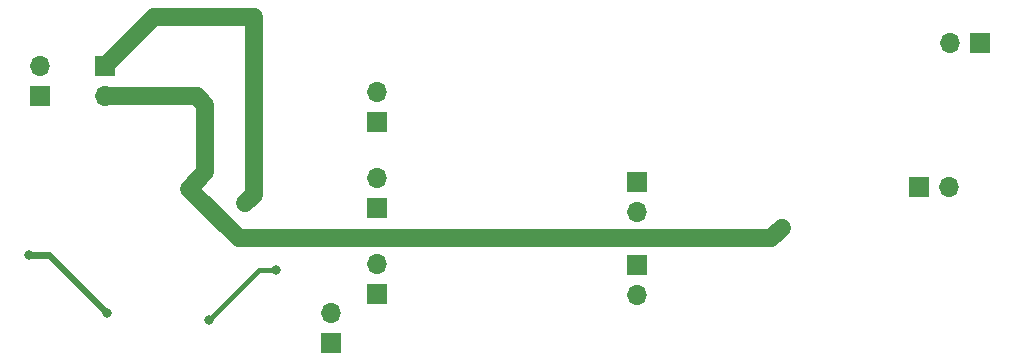
<source format=gbr>
%TF.GenerationSoftware,KiCad,Pcbnew,7.0.7*%
%TF.CreationDate,2024-01-15T16:46:33-03:00*%
%TF.ProjectId,PCB_MAQUEEN_V1,5043425f-4d41-4515-9545-454e5f56312e,rev?*%
%TF.SameCoordinates,Original*%
%TF.FileFunction,Copper,L2,Bot*%
%TF.FilePolarity,Positive*%
%FSLAX46Y46*%
G04 Gerber Fmt 4.6, Leading zero omitted, Abs format (unit mm)*
G04 Created by KiCad (PCBNEW 7.0.7) date 2024-01-15 16:46:33*
%MOMM*%
%LPD*%
G01*
G04 APERTURE LIST*
%TA.AperFunction,ComponentPad*%
%ADD10R,1.700000X1.700000*%
%TD*%
%TA.AperFunction,ComponentPad*%
%ADD11O,1.700000X1.700000*%
%TD*%
%TA.AperFunction,ViaPad*%
%ADD12C,1.000000*%
%TD*%
%TA.AperFunction,ViaPad*%
%ADD13C,0.800000*%
%TD*%
%TA.AperFunction,Conductor*%
%ADD14C,1.500000*%
%TD*%
%TA.AperFunction,Conductor*%
%ADD15C,0.600000*%
%TD*%
%TA.AperFunction,Conductor*%
%ADD16C,0.450000*%
%TD*%
G04 APERTURE END LIST*
D10*
%TO.P,J2,1,Pin_1*%
%TO.N,GND*%
X169000000Y-95500000D03*
D11*
%TO.P,J2,2,Pin_2*%
%TO.N,+3V3*%
X169000000Y-92960000D03*
%TD*%
D10*
%TO.P,J7,1,Pin_1*%
%TO.N,VBUS*%
X165100000Y-114200000D03*
D11*
%TO.P,J7,2,Pin_2*%
%TO.N,GND*%
X165100000Y-111660000D03*
%TD*%
D10*
%TO.P,J3,1,Pin_1*%
%TO.N,/Motores/OUT_A1*%
X191000000Y-100500000D03*
D11*
%TO.P,J3,2,Pin_2*%
%TO.N,/Motores/OUT_B1*%
X191000000Y-103040000D03*
%TD*%
D10*
%TO.P,J6,1,Pin_1*%
%TO.N,/Motores/IN_B2*%
X169000000Y-110040000D03*
D11*
%TO.P,J6,2,Pin_2*%
%TO.N,/Motores/IN_A2*%
X169000000Y-107500000D03*
%TD*%
D10*
%TO.P,J4,1,Pin_1*%
%TO.N,/Motores/IN_B1*%
X169000000Y-102770000D03*
D11*
%TO.P,J4,2,Pin_2*%
%TO.N,/Motores/IN_A1*%
X169000000Y-100230000D03*
%TD*%
D10*
%TO.P,J11,1,Pin_1*%
%TO.N,-BATT*%
X140500000Y-93275000D03*
D11*
%TO.P,J11,2,Pin_2*%
%TO.N,Net-(BT1-+)*%
X140500000Y-90735000D03*
%TD*%
D10*
%TO.P,J5,1,Pin_1*%
%TO.N,/Motores/OUT_A2*%
X191000000Y-107595000D03*
D11*
%TO.P,J5,2,Pin_2*%
%TO.N,/Motores/OUT_B2*%
X191000000Y-110135000D03*
%TD*%
D10*
%TO.P,J10,1,Pin_1*%
%TO.N,GND*%
X220075000Y-88800000D03*
D11*
%TO.P,J10,2,Pin_2*%
%TO.N,+3V3*%
X217535000Y-88800000D03*
%TD*%
D10*
%TO.P,J8,1,Pin_1*%
%TO.N,/Power/Vin*%
X214925000Y-101000000D03*
D11*
%TO.P,J8,2,Pin_2*%
%TO.N,GND*%
X217465000Y-101000000D03*
%TD*%
D10*
%TO.P,J9,1,Pin_1*%
%TO.N,-BATT*%
X146000000Y-90725000D03*
D11*
%TO.P,J9,2,Pin_2*%
%TO.N,+BATT*%
X146000000Y-93265000D03*
%TD*%
D12*
%TO.N,+BATT*%
X154500000Y-94000000D03*
D13*
X203300000Y-104400000D03*
D12*
X153100000Y-101100000D03*
%TO.N,-BATT*%
X157850000Y-102350000D03*
X158600000Y-93300000D03*
X158600000Y-86600000D03*
D13*
%TO.N,VBUS*%
X139550000Y-106750000D03*
X146150000Y-111650000D03*
%TO.N,Net-(U1-CS)*%
X154780000Y-112230000D03*
X160500000Y-107980000D03*
%TD*%
D14*
%TO.N,+BATT*%
X154500000Y-94000000D02*
X154500000Y-99700000D01*
X146000000Y-93265000D02*
X153765000Y-93265000D01*
X157300000Y-105300000D02*
X202400000Y-105300000D01*
X202400000Y-105300000D02*
X203300000Y-104400000D01*
X154500000Y-99700000D02*
X153100000Y-101100000D01*
X153100000Y-101100000D02*
X157300000Y-105300000D01*
X153765000Y-93265000D02*
X154500000Y-94000000D01*
%TO.N,-BATT*%
X158600000Y-93300000D02*
X158600000Y-86600000D01*
X158600000Y-101600000D02*
X158600000Y-93300000D01*
X158600000Y-86600000D02*
X150125000Y-86600000D01*
X157850000Y-102350000D02*
X158600000Y-101600000D01*
X150125000Y-86600000D02*
X146000000Y-90725000D01*
D15*
%TO.N,VBUS*%
X146150000Y-111650000D02*
X141250000Y-106750000D01*
X141250000Y-106750000D02*
X139550000Y-106750000D01*
D16*
%TO.N,Net-(U1-CS)*%
X159030000Y-107980000D02*
X154780000Y-112230000D01*
X160500000Y-107980000D02*
X159030000Y-107980000D01*
%TD*%
M02*

</source>
